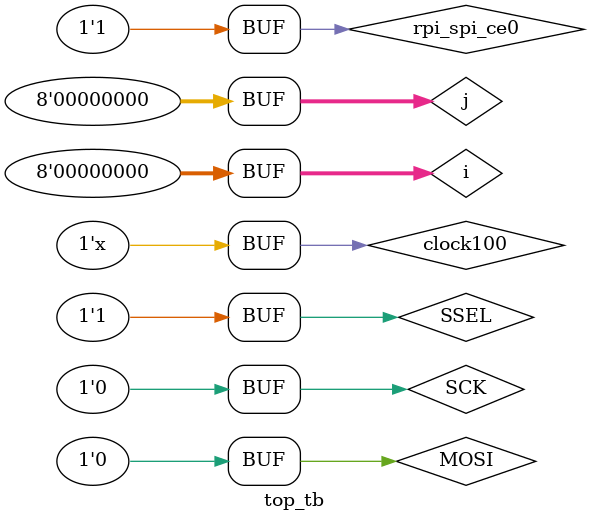
<source format=v>

`define icezero;
//`define ice40;
//`define xilinx

// written 2020-05-07 by mza
// based on mza-test039.spi.v and mza-test036.function-generator.althea.v and mza-test017.serializer-ram.v
// updated 2020-06-01 by mza
// last updated 2021-02-03 by mza

`include "lib/spi.v"

//`define USE_SLOW_CLOCK
//`define USE_INFERRED_RAM_16
`define USE_BRAM_256
//`define USE_BRAM_512
//`define USE_BRAM_1K
//`define USE_BRAM_2K

`ifdef USE_SLOW_CLOCK
`include "lib/easypll.v"
`endif

//`ifdef xilinx
//`else
//`endif

module RAM_ice40_2k_32bit (
	input reset,
	input write_clock,
	input [10:0] write_address,
	input [31:0] write_data,
	input write_enable,
	input read_clock,
	input [10:0] read_address,
	output [31:0] read_data
);
	RAM_ice40_2k_2bit RAM_ice40_2k_2bit_15 (.reset(reset),
		.write_clock(write_clock), .write_address(write_address), .write_data(write_data[31:30]), .write_enable(write_enable),
		.read_clock(read_clock),   .read_address(read_address),   .read_data(read_data[31:30]));
	RAM_ice40_2k_2bit RAM_ice40_2k_2bit_14 (.reset(reset),
		.write_clock(write_clock), .write_address(write_address), .write_data(write_data[29:28]), .write_enable(write_enable),
		.read_clock(read_clock),   .read_address(read_address),   .read_data(read_data[29:28]));
	RAM_ice40_2k_2bit RAM_ice40_2k_2bit_13 (.reset(reset),
		.write_clock(write_clock), .write_address(write_address), .write_data(write_data[27:26]), .write_enable(write_enable),
		.read_clock(read_clock),   .read_address(read_address),   .read_data(read_data[27:26]));
	RAM_ice40_2k_2bit RAM_ice40_2k_2bit_12 (.reset(reset),
		.write_clock(write_clock), .write_address(write_address), .write_data(write_data[25:24]), .write_enable(write_enable),
		.read_clock(read_clock),   .read_address(read_address),   .read_data(read_data[25:24]));
	RAM_ice40_2k_2bit RAM_ice40_2k_2bit_11 (.reset(reset),
		.write_clock(write_clock), .write_address(write_address), .write_data(write_data[23:22]), .write_enable(write_enable),
		.read_clock(read_clock),   .read_address(read_address),   .read_data(read_data[23:22]));
	RAM_ice40_2k_2bit RAM_ice40_2k_2bit_10 (.reset(reset),
		.write_clock(write_clock), .write_address(write_address), .write_data(write_data[21:20]), .write_enable(write_enable),
		.read_clock(read_clock),   .read_address(read_address),   .read_data(read_data[21:20]));
	RAM_ice40_2k_2bit RAM_ice40_2k_2bit_09 (.reset(reset),
		.write_clock(write_clock), .write_address(write_address), .write_data(write_data[19:18]), .write_enable(write_enable),
		.read_clock(read_clock),   .read_address(read_address),   .read_data(read_data[19:18]));
	RAM_ice40_2k_2bit RAM_ice40_2k_2bit_08 (.reset(reset),
		.write_clock(write_clock), .write_address(write_address), .write_data(write_data[17:16]), .write_enable(write_enable),
		.read_clock(read_clock),   .read_address(read_address),   .read_data(read_data[17:16]));
	RAM_ice40_2k_2bit RAM_ice40_2k_2bit_07 (.reset(reset),
		.write_clock(write_clock), .write_address(write_address), .write_data(write_data[15:14]), .write_enable(write_enable),
		.read_clock(read_clock),   .read_address(read_address),   .read_data(read_data[15:14]));
	RAM_ice40_2k_2bit RAM_ice40_2k_2bit_06 (.reset(reset),
		.write_clock(write_clock), .write_address(write_address), .write_data(write_data[13:12]), .write_enable(write_enable),
		.read_clock(read_clock),   .read_address(read_address),   .read_data(read_data[13:12]));
	RAM_ice40_2k_2bit RAM_ice40_2k_2bit_05 (.reset(reset),
		.write_clock(write_clock), .write_address(write_address), .write_data(write_data[11:10]), .write_enable(write_enable),
		.read_clock(read_clock),   .read_address(read_address),   .read_data(read_data[11:10]));
	RAM_ice40_2k_2bit RAM_ice40_2k_2bit_04 (.reset(reset),
		.write_clock(write_clock), .write_address(write_address), .write_data(write_data[9:8]), .write_enable(write_enable),
		.read_clock(read_clock),   .read_address(read_address),   .read_data(read_data[9:8]));
	RAM_ice40_2k_2bit RAM_ice40_2k_2bit_03 (.reset(reset),
		.write_clock(write_clock), .write_address(write_address), .write_data(write_data[7:6]), .write_enable(write_enable),
		.read_clock(read_clock),   .read_address(read_address),   .read_data(read_data[7:6]));
	RAM_ice40_2k_2bit RAM_ice40_2k_2bit_02 (.reset(reset),
		.write_clock(write_clock), .write_address(write_address), .write_data(write_data[5:4]), .write_enable(write_enable),
		.read_clock(read_clock),   .read_address(read_address),   .read_data(read_data[5:4]));
	RAM_ice40_2k_2bit RAM_ice40_2k_2bit_01 (.reset(reset),
		.write_clock(write_clock), .write_address(write_address), .write_data(write_data[3:2]), .write_enable(write_enable),
		.read_clock(read_clock),   .read_address(read_address),   .read_data(read_data[3:2]));
	RAM_ice40_2k_2bit RAM_ice40_2k_2bit_00 (.reset(reset),
		.write_clock(write_clock), .write_address(write_address), .write_data(write_data[1:0]), .write_enable(write_enable),
		.read_clock(read_clock),   .read_address(read_address),   .read_data(read_data[1:0]));
endmodule

module RAM_ice40_1k_32bit (
	input reset,
	input write_clock,
	input [9:0] write_address,
	input [31:0] write_data,
	input write_enable,
	input read_clock,
	input [9:0] read_address,
	output [31:0] read_data
);
	RAM_ice40_1k_4bit RAM_ice40_1k_4bit_7 (.reset(reset),
		.write_clock(write_clock), .write_address(write_address), .write_data(write_data[31:28]), .write_enable(write_enable),
		.read_clock(read_clock),   .read_address(read_address),   .read_data(read_data[31:28]));
	RAM_ice40_1k_4bit RAM_ice40_1k_4bit_6 (.reset(reset),
		.write_clock(write_clock), .write_address(write_address), .write_data(write_data[27:24]), .write_enable(write_enable),
		.read_clock(read_clock),   .read_address(read_address),   .read_data(read_data[27:24]));
	RAM_ice40_1k_4bit RAM_ice40_1k_4bit_5 (.reset(reset),
		.write_clock(write_clock), .write_address(write_address), .write_data(write_data[23:20]), .write_enable(write_enable),
		.read_clock(read_clock),   .read_address(read_address),   .read_data(read_data[23:20]));
	RAM_ice40_1k_4bit RAM_ice40_1k_4bit_4 (.reset(reset),
		.write_clock(write_clock), .write_address(write_address), .write_data(write_data[19:16]), .write_enable(write_enable),
		.read_clock(read_clock),   .read_address(read_address),   .read_data(read_data[19:16]));
	RAM_ice40_1k_4bit RAM_ice40_1k_4bit_3 (.reset(reset),
		.write_clock(write_clock), .write_address(write_address), .write_data(write_data[15:12]), .write_enable(write_enable),
		.read_clock(read_clock),   .read_address(read_address),   .read_data(read_data[15:12]));
	RAM_ice40_1k_4bit RAM_ice40_1k_4bit_2 (.reset(reset),
		.write_clock(write_clock), .write_address(write_address), .write_data(write_data[11:8]), .write_enable(write_enable),
		.read_clock(read_clock),   .read_address(read_address),   .read_data(read_data[11:8]));
	RAM_ice40_1k_4bit RAM_ice40_1k_4bit_1 (.reset(reset),
		.write_clock(write_clock), .write_address(write_address), .write_data(write_data[7:4]), .write_enable(write_enable),
		.read_clock(read_clock),   .read_address(read_address),   .read_data(read_data[7:4]));
	RAM_ice40_1k_4bit RAM_ice40_1k_4bit_0 (.reset(reset),
		.write_clock(write_clock), .write_address(write_address), .write_data(write_data[3:0]), .write_enable(write_enable),
		.read_clock(read_clock),   .read_address(read_address),   .read_data(read_data[3:0]));
endmodule

module RAM_ice40_512_32bit (
	input reset,
	input write_clock,
	input [8:0] write_address,
	input [31:0] write_data,
	input write_enable,
	input read_clock,
	input [8:0] read_address,
	output [31:0] read_data
);
	RAM_ice40_512_8bit RAM_ice40_512_8bit_3 (.reset(reset),
		.write_clock(write_clock), .write_address(write_address), .write_data(write_data[31:24]), .write_enable(write_enable),
		.read_clock(read_clock),   .read_address(read_address),   .read_data(read_data[31:24]));
	RAM_ice40_512_8bit RAM_ice40_512_8bit_2 (.reset(reset),
		.write_clock(write_clock), .write_address(write_address), .write_data(write_data[23:16]), .write_enable(write_enable),
		.read_clock(read_clock),   .read_address(read_address),   .read_data(read_data[23:16]));
	RAM_ice40_512_8bit RAM_ice40_512_8bit_1 (.reset(reset),
		.write_clock(write_clock), .write_address(write_address), .write_data(write_data[15:8]), .write_enable(write_enable),
		.read_clock(read_clock),   .read_address(read_address),   .read_data(read_data[15:8]));
	RAM_ice40_512_8bit RAM_ice40_512_8bit_0 (.reset(reset),
		.write_clock(write_clock), .write_address(write_address), .write_data(write_data[7:0]), .write_enable(write_enable),
		.read_clock(read_clock),   .read_address(read_address),   .read_data(read_data[7:0]));
endmodule

module RAM_ice40_256_32bit (
	input reset,
	input write_clock,
	input [7:0] write_address,
	input [31:0] write_data,
	input write_enable,
	input read_clock,
	input [7:0] read_address,
	output [31:0] read_data
);
	RAM_ice40_256_16bit RAM_ice40_256_16bit_1 (.reset(reset),
		.write_clock(write_clock), .write_address(write_address), .write_data(write_data[31:16]), .write_enable(write_enable),
		.read_clock(read_clock),   .read_address(read_address),   .read_data(read_data[31:16]));
	RAM_ice40_256_16bit RAM_ice40_256_16bit_0 (.reset(reset),
		.write_clock(write_clock), .write_address(write_address), .write_data(write_data[15:0]), .write_enable(write_enable),
		.read_clock(read_clock),   .read_address(read_address),   .read_data(read_data[15:0]));
endmodule

module RAM_ice40_256_16bit (
	input reset,
	input write_clock,
	input [7:0] write_address,
	input [15:0] write_data,
	input write_enable,
	input read_clock,
	input [7:0] read_address,
	output [15:0] read_data
);
	wire [10:0] write_address11 = { 3'b000, write_address };
	wire [10:0] read_address11  = { 3'b000, read_address };
	SB_RAM40_4K #( // see SBTICETechnologyLibrary201504.pdf
		.WRITE_MODE(0), // configured as 256x16
		.READ_MODE(0)   // configured as 256x16
	) ram40_4k_inst (
		.WCLK(write_clock),
		.WADDR(write_address11),
		.WDATA(write_data),
		.WE(write_enable),
		.WCLKE(1),
		.MASK(16'b0),
		.RCLK(read_clock),
		.RADDR(read_address11),
		.RDATA(read_data),
		.RE(1),
		.RCLKE(1)
	);
endmodule

module RAM_ice40_512_8bit (
	input reset,
	input write_clock,
	input [8:0] write_address,
	input [7:0] write_data,
	input write_enable,
	input read_clock,
	input [8:0] read_address,
	output [7:0] read_data
);
	wire [10:0] write_address11 = { 2'b00, write_address };
	wire [10:0] read_address11  = { 2'b00, read_address };
	wire [15:0] write_data16 = { 8'h0, write_data };
	wire [15:0] read_data16;
	SB_RAM40_4K #( // see SBTICETechnologyLibrary201504.pdf
		.WRITE_MODE(1), // configured as 512x8
		.READ_MODE(1)   // configured as 512x8
	) ram40_4k_inst (
		.WCLK(write_clock),
		.WADDR(write_address11),
		.WDATA(write_data16),
		.WE(write_enable),
		.WCLKE(1),
		.MASK(16'b0),
		.RCLK(read_clock),
		.RADDR(read_address11),
		.RDATA(read_data16),
		.RE(1),
		.RCLKE(1)
	);
	assign read_data = read_data16[7:0];
endmodule

module RAM_ice40_1k_4bit (
	input reset,
	input write_clock,
	input [9:0] write_address,
	input [3:0] write_data,
	input write_enable,
	input read_clock,
	input [9:0] read_address,
	output [3:0] read_data
);
	wire [10:0] write_address11 = { 1'b0, write_address };
	wire [10:0] read_address11  = { 1'b0, read_address };
	wire [15:0] write_data16 = { 12'h0, write_data };
	wire [15:0] read_data16;
	SB_RAM40_4K #( // see MemoryUsageGuideforiCE40Devices.pdf
		.WRITE_MODE(2), // configured as 1kx4
		.READ_MODE(2)   // configured as 1kx4
	) ram40_1024x4_inst (
		.WCLK(write_clock),
		.WADDR(write_address11),
		.WDATA(write_data16),
		.WE(write_enable),
		.WCLKE(1),
		.RCLK(read_clock),
		.RADDR(read_address11),
		.RDATA(read_data16),
		.RE(1),
		.RCLKE(1)
	);
	assign read_data = read_data16[3:0];
endmodule

module RAM_ice40_2k_2bit (
	input reset,
	input write_clock,
	input [10:0] write_address,
	input [1:0] write_data,
	input write_enable,
	input read_clock,
	input [10:0] read_address,
	output [1:0] read_data
);
	wire [15:0] write_data16 = { 14'h0, write_data };
	wire [15:0] read_data16;
	SB_RAM40_4K #( // see MemoryUsageGuideforiCE40Devices.pdf
		.WRITE_MODE(3), // configured as 2kx2
		.READ_MODE(3)   // configured as 2kx2
	) ram40_1024x4_inst (
		.WCLK(write_clock),
		.WADDR(write_address),
		.WDATA(write_data16),
		.WE(write_enable),
		.WCLKE(1),
		.RCLK(read_clock),
		.RADDR(read_address),
		.RDATA(read_data16),
		.RE(1),
		.RCLKE(1)
	);
	assign read_data = read_data16[1:0];
endmodule

// modified from MemoryUsageGuideforiCE40Devices.pdf
module RAM_inferred #(
	parameter addr_width = 9,
	parameter data_width = 8
) (
	input reset,
	input [addr_width-1:0] waddr, raddr,
	input [data_width-1:0] din,
	input write_en, wclk, rclk,
	output reg [data_width-1:0] dout = 0
);
	reg [data_width-1:0] mem [(1<<addr_width)-1:0];
	always @(posedge wclk) begin
		if (reset) begin
//			for (i=0; i<waddr
		end else begin
			if (write_en) begin
				mem[waddr] <= din;
			end
		end
	end
	always @(posedge rclk) begin
		if (~reset) begin
			dout <= mem[raddr];
		end
	end
endmodule

module top (
	input clock100,
	input rpi_spi_sclk,
	input rpi_spi_mosi,
	output rpi_spi_miso,
	input rpi_spi_ce0,
	input rpi_spi_ce1,
	output pmod4_5,
	output pmod4_6,
	output pmod4_7,
	output pmod4_8,
	output led1,
	output led2,
	output led3
);
	reg reset1 = 1;
	wire clock_ram;
	wire clock_spi;
`ifdef USE_SLOW_CLOCK
	wire clock16;
	reg reset2 = 1;
	wire pll_locked;
	easypll #(.DIVR(4'd3), .DIVF(7'd40), .DIVQ(3'd6)) mp (.clock_input(clock100), .reset_active_low(~reset1), .global_clock_output(clock16), .pll_is_locked(pll_locked));
	assign clock_ram = clock16;
	assign clock_spi = clock16;
`else
	assign clock_ram = clock100;
	assign clock_spi = clock100;
`endif
	reg [7:0] reset_counter = 0;
	always @(posedge clock100) begin
		if (reset1) begin
			if (reset_counter[7]) begin
				reset1 <= 0;
			end else begin
				reset_counter <= reset_counter + 1'b1;
			end
`ifdef USE_SLOW_CLOCK
		end else if (reset2) begin
			if (pll_locked) begin
				reset2 <= 0;
			end
`endif
		end
	end
//`ifdef xilinx
//	assign clock16 = clock100, pll_locked = 1;
//	assign clock16 = clock100, pll_locked = 1;
//`endif
//	wire [7:0] data_from_controller;
//	wire [7:0] data_to_controller;
//	wire data_valid;
	wire [7:0] command8;
	wire [15:0] address16;
	wire [31:0] data32;
//	wire [15:0] write_data16;
//	wire [15:0] read_data16;
	wire [31:0] read_data32;
//	reg write_enable = 0;
	wire transaction_valid;
//	SPI_peripheral_simple8 spi_s8 (.clock(clock_spi), .SCK(rpi_spi_sclk), .MOSI(rpi_spi_mosi), .MISO(rpi_spi_miso), .SSEL(rpi_spi_ce0), .data_to_controller(data_to_controller), .data_from_controller(data_from_controller), .data_valid(data_valid));
	SPI_peripheral_command8_address16_data32 spi_c8_a16_d32 (.clock(clock_spi),
		.SCK(rpi_spi_sclk), .MOSI(rpi_spi_mosi), .MISO(rpi_spi_miso), .SSEL(rpi_spi_ce1),
		.transaction_valid(transaction_valid), .command8(command8), .address16(address16), .data32(data32), .data32_to_controller(read_data32));
`ifdef USE_INFERRED_RAM_16
	wire [3:0] address4 = address16[3:0];
	RAM_inferred #(.addr_width(4), .data_width(32)) myram (.reset(reset1),
		.wclk(clock_ram), .waddr(address4), .din(data32), .write_en(transaction_valid),
		.rclk(clock_ram), .raddr(address4), .dout(read_data32));
`elsif USE_BRAM_256
	wire [7:0] address8 = address16[7:0];
	RAM_ice40_256_32bit myram (.reset(reset1),
		.write_clock(clock_ram), .write_address(address8), .write_data(data32), .write_enable(transaction_valid),
		.read_clock(clock_ram), .read_address(address8), .read_data(read_data32));
`elsif USE_BRAM_512
	wire [8:0] address9 = address16[8:0];
	RAM_ice40_512_32bit myram (.reset(reset1),
		.write_clock(clock_ram), .write_address(address9), .write_data(data32), .write_enable(transaction_valid),
		.read_clock(clock_ram), .read_address(address9), .read_data(read_data32));
`elsif USE_BRAM_1K
	wire [9:0] address10 = address16[9:0];
	RAM_ice40_1k_32bit myram (.reset(reset1),
		.write_clock(clock_ram), .write_address(address10), .write_data(data32), .write_enable(transaction_valid),
		.read_clock(clock_ram), .read_address(address10), .read_data(read_data32));
`elsif USE_BRAM_2K
	wire [10:0] address11 = address16[10:0];
	RAM_ice40_2k_32bit myram (.reset(reset1),
		.write_clock(clock_ram), .write_address(address11), .write_data(data32), .write_enable(transaction_valid),
		.read_clock(clock_ram), .read_address(address11), .read_data(read_data32));
`endif
//	RAM_ice40_1k_16bit myram (.reset(reset2), .write_clock(clock_ram), .write_address(write_address10), .write_data(write_data16), .write_enable(write_enable), .read_clock(clock_ram), .read_address(read_address10), .read_data(read_data16));
//	reg [7:0] previous_data_from_controller = 0;
//	reg which16 = 0;
//	always @(posedge clock100) begin
//		case (which16)
//			2'b00:   begin read_data32[31:16] <= read_data16; end
//			default: begin read_data32[15:0]  <= read_data16; end
//		endcase
//		read_address10 <= { address16[8:0], which16 };
//		which16 <= ~which16;
//		if (transaction_valid) begin
//			write_enable <= 1;
//		end
//	end
//	assign data_to_controller = previous_data_from_controller;
//	assign led1 = reset1;
//	assign led2 = reset2;
	wire [2:0] leds = { led1, led2, led3 };
	//assign leds = data_from_controller[2:0];
	assign leds = data32[2:0];
//	assign pmod4_5 = rpi_spi_sclk;
//	assign pmod4_6 = rpi_spi_mosi;
//	assign pmod4_7 = rpi_spi_ce0;
//	assign pmod4_8 = rpi_spi_ce1;
//	assign rpi_spi_miso = 0;
	assign pmod4_5 = rpi_spi_sclk;
	assign pmod4_6 = rpi_spi_mosi;
	assign pmod4_7 = rpi_spi_miso;
	assign pmod4_8 = rpi_spi_ce1;
endmodule

module top_tb;
	reg SCK = 0;
	reg MOSI = 0;
	reg SSEL = 1;
	reg [7:0] i = 0;
	reg [7:0] j = 0;
	task automatic spi_c8_a16_d32_controller_transaction;
		input [7:0] command8;
		input [15:0] address16;
		input [31:0] data32;
		begin
			#300;
			SSEL <= 0;
			for (i=8; i>0; i=i-1) begin : command
				MOSI <= command8[i-1];
				#100;
				SCK <= 1;
				#100;
				SCK <= 0;
			end
			for (i=16; i>0; i=i-1) begin : address
				MOSI <= address16[i-1];
				#100;
				SCK <= 1;
				#100;
				SCK <= 0;
			end
			for (i=32; i>0; i=i-1) begin : data
				MOSI <= data32[i-1];
				#100;
				SCK <= 1;
				#100;
				SCK <= 0;
			end
			MOSI <= 0;
			#100;
			SSEL <= 1;
		end
	endtask
	reg clock100 = 0;
	reg rpi_spi_ce0 = 1;
	wire MISO;
	wire led1, led2, led3;
	top mytop (.clock100(clock100), .rpi_spi_sclk(SCK), .rpi_spi_mosi(MOSI), .rpi_spi_miso(MISO), .rpi_spi_ce0(rpi_spi_ce0), .rpi_spi_ce1(SSEL), .led1(led1), .led2(led2), .led3(led3));
//	reg [7:0] command8 = 8'h01;
//	reg [15:0] address16 = 16'h0045;
//	reg [31:0] data32 = 32'h6789abcd;
	initial begin
		SCK <= 0;
		MOSI <= 0;
		SSEL <= 1;
		spi_c8_a16_d32_controller_transaction(8'h01, 16'h0001, 32'h01234567);
		spi_c8_a16_d32_controller_transaction(8'h01, 16'h0001, 32'h01234567);
		spi_c8_a16_d32_controller_transaction(8'h01, 16'h0101, 32'h89abcdef);
		spi_c8_a16_d32_controller_transaction(8'h01, 16'h0101, 32'h89abcdef);
		spi_c8_a16_d32_controller_transaction(8'h01, 16'h0001, 32'h01234567);
//		for (j=0; j<3; j=j+1) begin : twice
//		end
		#200;
		//$finish;
	end
	always begin
		#10;
		clock100 <= ~clock100;
	end
endmodule


</source>
